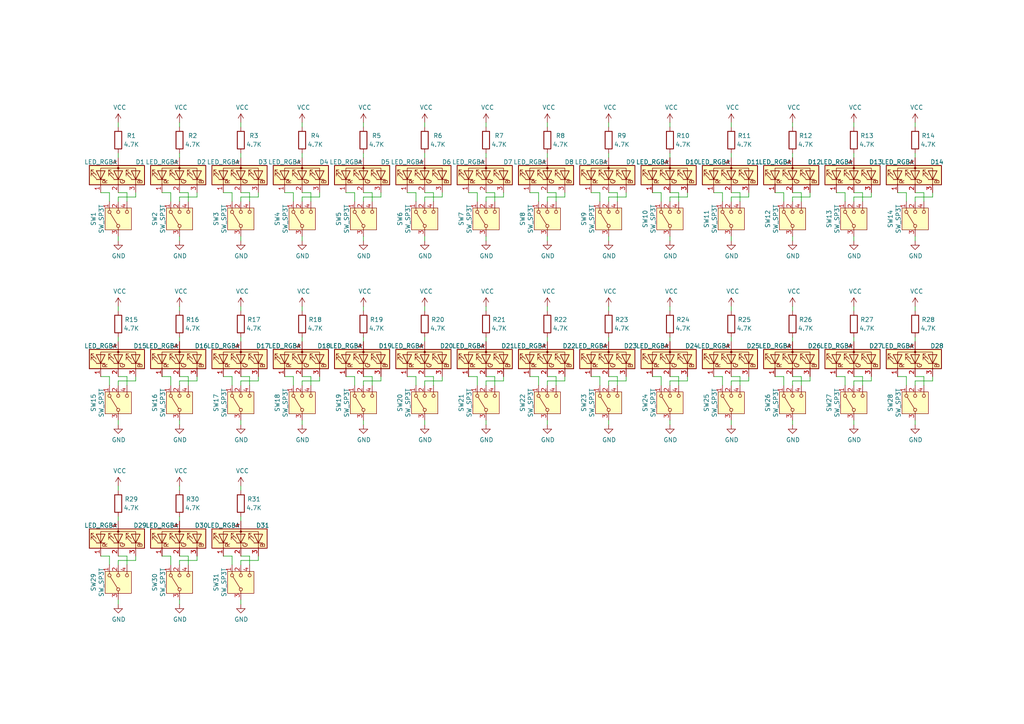
<source format=kicad_sch>
(kicad_sch (version 20231120) (generator "eeschema") (generator_version "8.0")
  (paper "A4")
  (lib_symbols
    (symbol "Device:R" (pin_numbers hide) (pin_names (offset 0))
      (property "Reference" "R" (at 2.032 0 90))
      (property "Value" "R" (at 0 0 90))
      (symbol "R_1_1"
        (pin passive line (at 0 3.81 270) (length 1.27) (name "~") (number "1"))
        (pin passive line (at 0 -3.81 90) (length 1.27) (name "~") (number "2"))
      )
    )
    (symbol "Switch:SW_SP3T" (pin_names (offset 0) hide)
      (property "Reference" "SW" (at 0 5.08 0))
      (property "Value" "SW_SP3T" (at 0 -5.08 0))
      (symbol "SW_SP3T_1_1"
        (pin passive line (at 5.08 2.54 180) (length 2.54) (name "1") (number "1"))
        (pin passive line (at 5.08 0 180) (length 2.54) (name "2") (number "2"))
        (pin passive line (at -5.08 0 0) (length 2.54) (name "3") (number "3"))
        (pin passive line (at 5.08 -2.54 180) (length 2.54) (name "4") (number "4"))
      )
    )
    (symbol "led_rgba:LED_RGBA" (pin_names (offset 0) hide)
      (property "Reference" "D" (at 0 9.398 0))
      (property "Value" "LED_RGBA" (at 0 -8.89 0))
      (symbol "LED_RGBA_0_0"
        (text "B" (at -1.905 -6.35 0) (effects (font (size 1.27 1.27))))
        (text "G" (at -1.905 -1.27 0) (effects (font (size 1.27 1.27))))
        (text "R" (at -1.905 3.81 0) (effects (font (size 1.27 1.27))))
      )
      (symbol "LED_RGBA_1_1"
        (pin passive line (at -5.08 5.08 0) (length 2.54) (name "RK") (number "1"))
        (pin passive line (at -5.08 0 0) (length 2.54) (name "GK") (number "2"))
        (pin passive line (at -5.08 -5.08 0) (length 2.54) (name "BK") (number "3"))
        (pin passive line (at 5.08 0 180) (length 2.54) (name "A") (number "4"))
      )
    )
    (symbol "motivational board-rescue:GND-power" (power) (pin_names (offset 0))
      (property "Value" "power_GND" (at 0 -3.81 0))
      (symbol "GND-power_1_1"
        (pin power_in line (at 0 0 270) (length 0) hide (name "GND") (number "1"))
      )
    )
    (symbol "motivational board-rescue:VCC-power" (power) (pin_names (offset 0))
      (property "Value" "power_VCC" (at 0 3.81 0))
      (symbol "VCC-power_1_1"
        (pin power_in line (at 0 0 90) (length 0) hide (name "VCC") (number "1"))
      )
    )
  )
  (wire (pts (xy 120.65 109.22) (xy 120.65 111.76)))
  (wire (pts (xy 54.61 161.29) (xy 52.07 161.29)))
  (wire (pts (xy 69.85 162.56) (xy 74.93 162.56)))
  (wire (pts (xy 31.75 161.29) (xy 31.75 163.83)))
  (wire (pts (xy 69.85 140.97) (xy 69.85 142.24)))
  (wire (pts (xy 34.29 68.58) (xy 34.29 69.85)))
  (wire (pts (xy 82.55 55.88) (xy 85.09 55.88)))
  (wire (pts (xy 161.29 111.76) (xy 161.29 109.22)))
  (wire (pts (xy 67.31 109.22) (xy 67.31 111.76)))
  (wire (pts (xy 46.99 55.88) (xy 49.53 55.88)))
  (wire (pts (xy 207.01 109.22) (xy 209.55 109.22)))
  (wire (pts (xy 74.93 110.49) (xy 74.93 109.22)))
  (wire (pts (xy 179.07 58.42) (xy 179.07 55.88)))
  (wire (pts (xy 72.39 111.76) (xy 72.39 109.22)))
  (wire (pts (xy 105.41 111.76) (xy 105.41 110.49)))
  (wire (pts (xy 140.97 68.58) (xy 140.97 69.85)))
  (wire (pts (xy 36.83 161.29) (xy 34.29 161.29)))
  (wire (pts (xy 158.75 58.42) (xy 158.75 57.15)))
  (wire (pts (xy 69.85 68.58) (xy 69.85 69.85)))
  (wire (pts (xy 171.45 109.22) (xy 173.99 109.22)))
  (wire (pts (xy 245.11 55.88) (xy 245.11 58.42)))
  (wire (pts (xy 194.31 57.15) (xy 199.39 57.15)))
  (wire (pts (xy 87.63 110.49) (xy 92.71 110.49)))
  (wire (pts (xy 39.37 162.56) (xy 39.37 161.29)))
  (wire (pts (xy 224.79 109.22) (xy 227.33 109.22)))
  (wire (pts (xy 227.33 109.22) (xy 227.33 111.76)))
  (wire (pts (xy 247.65 68.58) (xy 247.65 69.85)))
  (wire (pts (xy 52.07 111.76) (xy 52.07 110.49)))
  (wire (pts (xy 52.07 45.72) (xy 52.07 44.45)))
  (wire (pts (xy 123.19 58.42) (xy 123.19 57.15)))
  (wire (pts (xy 163.83 110.49) (xy 163.83 109.22)))
  (wire (pts (xy 107.95 111.76) (xy 107.95 109.22)))
  (wire (pts (xy 102.87 55.88) (xy 102.87 58.42)))
  (wire (pts (xy 181.61 110.49) (xy 181.61 109.22)))
  (wire (pts (xy 123.19 57.15) (xy 128.27 57.15)))
  (wire (pts (xy 140.97 121.92) (xy 140.97 123.19)))
  (wire (pts (xy 52.07 68.58) (xy 52.07 69.85)))
  (wire (pts (xy 64.77 55.88) (xy 67.31 55.88)))
  (wire (pts (xy 52.07 57.15) (xy 57.15 57.15)))
  (wire (pts (xy 265.43 110.49) (xy 270.51 110.49)))
  (wire (pts (xy 146.05 57.15) (xy 146.05 55.88)))
  (wire (pts (xy 265.43 121.92) (xy 265.43 123.19)))
  (wire (pts (xy 125.73 58.42) (xy 125.73 55.88)))
  (wire (pts (xy 179.07 55.88) (xy 176.53 55.88)))
  (wire (pts (xy 262.89 109.22) (xy 262.89 111.76)))
  (wire (pts (xy 267.97 109.22) (xy 265.43 109.22)))
  (wire (pts (xy 156.21 109.22) (xy 156.21 111.76)))
  (wire (pts (xy 107.95 55.88) (xy 105.41 55.88)))
  (wire (pts (xy 105.41 35.56) (xy 105.41 36.83)))
  (wire (pts (xy 212.09 88.9) (xy 212.09 90.17)))
  (wire (pts (xy 212.09 111.76) (xy 212.09 110.49)))
  (wire (pts (xy 265.43 68.58) (xy 265.43 69.85)))
  (wire (pts (xy 173.99 55.88) (xy 173.99 58.42)))
  (wire (pts (xy 212.09 45.72) (xy 212.09 44.45)))
  (wire (pts (xy 247.65 111.76) (xy 247.65 110.49)))
  (wire (pts (xy 194.31 58.42) (xy 194.31 57.15)))
  (wire (pts (xy 153.67 109.22) (xy 156.21 109.22)))
  (wire (pts (xy 31.75 109.22) (xy 31.75 111.76)))
  (wire (pts (xy 110.49 57.15) (xy 110.49 55.88)))
  (wire (pts (xy 171.45 55.88) (xy 173.99 55.88)))
  (wire (pts (xy 232.41 111.76) (xy 232.41 109.22)))
  (wire (pts (xy 229.87 110.49) (xy 234.95 110.49)))
  (wire (pts (xy 212.09 110.49) (xy 217.17 110.49)))
  (wire (pts (xy 135.89 109.22) (xy 138.43 109.22)))
  (wire (pts (xy 212.09 99.06) (xy 212.09 97.79)))
  (wire (pts (xy 87.63 45.72) (xy 87.63 44.45)))
  (wire (pts (xy 123.19 68.58) (xy 123.19 69.85)))
  (wire (pts (xy 138.43 109.22) (xy 138.43 111.76)))
  (wire (pts (xy 250.19 109.22) (xy 247.65 109.22)))
  (wire (pts (xy 158.75 68.58) (xy 158.75 69.85)))
  (wire (pts (xy 176.53 35.56) (xy 176.53 36.83)))
  (wire (pts (xy 267.97 58.42) (xy 267.97 55.88)))
  (wire (pts (xy 143.51 58.42) (xy 143.51 55.88)))
  (wire (pts (xy 234.95 110.49) (xy 234.95 109.22)))
  (wire (pts (xy 128.27 110.49) (xy 128.27 109.22)))
  (wire (pts (xy 140.97 111.76) (xy 140.97 110.49)))
  (wire (pts (xy 267.97 111.76) (xy 267.97 109.22)))
  (wire (pts (xy 85.09 55.88) (xy 85.09 58.42)))
  (wire (pts (xy 74.93 162.56) (xy 74.93 161.29)))
  (wire (pts (xy 118.11 109.22) (xy 120.65 109.22)))
  (wire (pts (xy 82.55 109.22) (xy 85.09 109.22)))
  (wire (pts (xy 153.67 55.88) (xy 156.21 55.88)))
  (wire (pts (xy 125.73 109.22) (xy 123.19 109.22)))
  (wire (pts (xy 140.97 57.15) (xy 146.05 57.15)))
  (wire (pts (xy 54.61 163.83) (xy 54.61 161.29)))
  (wire (pts (xy 270.51 57.15) (xy 270.51 55.88)))
  (wire (pts (xy 105.41 88.9) (xy 105.41 90.17)))
  (wire (pts (xy 72.39 58.42) (xy 72.39 55.88)))
  (wire (pts (xy 90.17 109.22) (xy 87.63 109.22)))
  (wire (pts (xy 173.99 109.22) (xy 173.99 111.76)))
  (wire (pts (xy 74.93 57.15) (xy 74.93 55.88)))
  (wire (pts (xy 265.43 99.06) (xy 265.43 97.79)))
  (wire (pts (xy 212.09 57.15) (xy 217.17 57.15)))
  (wire (pts (xy 194.31 111.76) (xy 194.31 110.49)))
  (wire (pts (xy 54.61 55.88) (xy 52.07 55.88)))
  (wire (pts (xy 158.75 99.06) (xy 158.75 97.79)))
  (wire (pts (xy 90.17 55.88) (xy 87.63 55.88)))
  (wire (pts (xy 207.01 55.88) (xy 209.55 55.88)))
  (wire (pts (xy 176.53 121.92) (xy 176.53 123.19)))
  (wire (pts (xy 46.99 109.22) (xy 49.53 109.22)))
  (wire (pts (xy 52.07 121.92) (xy 52.07 123.19)))
  (wire (pts (xy 69.85 58.42) (xy 69.85 57.15)))
  (wire (pts (xy 158.75 121.92) (xy 158.75 123.19)))
  (wire (pts (xy 212.09 35.56) (xy 212.09 36.83)))
  (wire (pts (xy 69.85 35.56) (xy 69.85 36.83)))
  (wire (pts (xy 67.31 161.29) (xy 67.31 163.83)))
  (wire (pts (xy 158.75 110.49) (xy 163.83 110.49)))
  (wire (pts (xy 196.85 58.42) (xy 196.85 55.88)))
  (wire (pts (xy 69.85 57.15) (xy 74.93 57.15)))
  (wire (pts (xy 176.53 68.58) (xy 176.53 69.85)))
  (wire (pts (xy 87.63 111.76) (xy 87.63 110.49)))
  (wire (pts (xy 146.05 110.49) (xy 146.05 109.22)))
  (wire (pts (xy 232.41 58.42) (xy 232.41 55.88)))
  (wire (pts (xy 54.61 109.22) (xy 52.07 109.22)))
  (wire (pts (xy 176.53 57.15) (xy 181.61 57.15)))
  (wire (pts (xy 36.83 111.76) (xy 36.83 109.22)))
  (wire (pts (xy 52.07 99.06) (xy 52.07 97.79)))
  (wire (pts (xy 34.29 163.83) (xy 34.29 162.56)))
  (wire (pts (xy 49.53 161.29) (xy 49.53 163.83)))
  (wire (pts (xy 52.07 140.97) (xy 52.07 142.24)))
  (wire (pts (xy 52.07 58.42) (xy 52.07 57.15)))
  (wire (pts (xy 69.85 173.99) (xy 69.85 175.26)))
  (wire (pts (xy 158.75 35.56) (xy 158.75 36.83)))
  (wire (pts (xy 242.57 109.22) (xy 245.11 109.22)))
  (wire (pts (xy 123.19 88.9) (xy 123.19 90.17)))
  (wire (pts (xy 125.73 111.76) (xy 125.73 109.22)))
  (wire (pts (xy 232.41 55.88) (xy 229.87 55.88)))
  (wire (pts (xy 90.17 58.42) (xy 90.17 55.88)))
  (wire (pts (xy 229.87 45.72) (xy 229.87 44.45)))
  (wire (pts (xy 199.39 110.49) (xy 199.39 109.22)))
  (wire (pts (xy 194.31 99.06) (xy 194.31 97.79)))
  (wire (pts (xy 194.31 35.56) (xy 194.31 36.83)))
  (wire (pts (xy 57.15 57.15) (xy 57.15 55.88)))
  (wire (pts (xy 229.87 99.06) (xy 229.87 97.79)))
  (wire (pts (xy 87.63 58.42) (xy 87.63 57.15)))
  (wire (pts (xy 143.51 111.76) (xy 143.51 109.22)))
  (wire (pts (xy 90.17 111.76) (xy 90.17 109.22)))
  (wire (pts (xy 179.07 111.76) (xy 179.07 109.22)))
  (wire (pts (xy 34.29 99.06) (xy 34.29 97.79)))
  (wire (pts (xy 69.85 121.92) (xy 69.85 123.19)))
  (wire (pts (xy 135.89 55.88) (xy 138.43 55.88)))
  (wire (pts (xy 64.77 161.29) (xy 67.31 161.29)))
  (wire (pts (xy 67.31 55.88) (xy 67.31 58.42)))
  (wire (pts (xy 196.85 109.22) (xy 194.31 109.22)))
  (wire (pts (xy 227.33 55.88) (xy 227.33 58.42)))
  (wire (pts (xy 250.19 58.42) (xy 250.19 55.88)))
  (wire (pts (xy 247.65 58.42) (xy 247.65 57.15)))
  (wire (pts (xy 163.83 57.15) (xy 163.83 55.88)))
  (wire (pts (xy 229.87 35.56) (xy 229.87 36.83)))
  (wire (pts (xy 52.07 35.56) (xy 52.07 36.83)))
  (wire (pts (xy 250.19 55.88) (xy 247.65 55.88)))
  (wire (pts (xy 189.23 109.22) (xy 191.77 109.22)))
  (wire (pts (xy 105.41 57.15) (xy 110.49 57.15)))
  (wire (pts (xy 242.57 55.88) (xy 245.11 55.88)))
  (wire (pts (xy 140.97 110.49) (xy 146.05 110.49)))
  (wire (pts (xy 265.43 57.15) (xy 270.51 57.15)))
  (wire (pts (xy 34.29 140.97) (xy 34.29 142.24)))
  (wire (pts (xy 100.33 55.88) (xy 102.87 55.88)))
  (wire (pts (xy 110.49 110.49) (xy 110.49 109.22)))
  (wire (pts (xy 123.19 121.92) (xy 123.19 123.19)))
  (wire (pts (xy 34.29 58.42) (xy 34.29 57.15)))
  (wire (pts (xy 72.39 55.88) (xy 69.85 55.88)))
  (wire (pts (xy 217.17 57.15) (xy 217.17 55.88)))
  (wire (pts (xy 72.39 161.29) (xy 69.85 161.29)))
  (wire (pts (xy 87.63 35.56) (xy 87.63 36.83)))
  (wire (pts (xy 229.87 68.58) (xy 229.87 69.85)))
  (wire (pts (xy 34.29 45.72) (xy 34.29 44.45)))
  (wire (pts (xy 247.65 121.92) (xy 247.65 123.19)))
  (wire (pts (xy 140.97 99.06) (xy 140.97 97.79)))
  (wire (pts (xy 105.41 58.42) (xy 105.41 57.15)))
  (wire (pts (xy 87.63 68.58) (xy 87.63 69.85)))
  (wire (pts (xy 212.09 68.58) (xy 212.09 69.85)))
  (wire (pts (xy 265.43 45.72) (xy 265.43 44.45)))
  (wire (pts (xy 199.39 57.15) (xy 199.39 55.88)))
  (wire (pts (xy 72.39 163.83) (xy 72.39 161.29)))
  (wire (pts (xy 194.31 88.9) (xy 194.31 90.17)))
  (wire (pts (xy 85.09 109.22) (xy 85.09 111.76)))
  (wire (pts (xy 123.19 110.49) (xy 128.27 110.49)))
  (wire (pts (xy 36.83 55.88) (xy 34.29 55.88)))
  (wire (pts (xy 179.07 109.22) (xy 176.53 109.22)))
  (wire (pts (xy 158.75 88.9) (xy 158.75 90.17)))
  (wire (pts (xy 100.33 109.22) (xy 102.87 109.22)))
  (wire (pts (xy 229.87 111.76) (xy 229.87 110.49)))
  (wire (pts (xy 176.53 58.42) (xy 176.53 57.15)))
  (wire (pts (xy 52.07 88.9) (xy 52.07 90.17)))
  (wire (pts (xy 69.85 163.83) (xy 69.85 162.56)))
  (wire (pts (xy 247.65 35.56) (xy 247.65 36.83)))
  (wire (pts (xy 158.75 57.15) (xy 163.83 57.15)))
  (wire (pts (xy 265.43 58.42) (xy 265.43 57.15)))
  (wire (pts (xy 247.65 57.15) (xy 252.73 57.15)))
  (wire (pts (xy 123.19 35.56) (xy 123.19 36.83)))
  (wire (pts (xy 191.77 55.88) (xy 191.77 58.42)))
  (wire (pts (xy 36.83 58.42) (xy 36.83 55.88)))
  (wire (pts (xy 176.53 110.49) (xy 181.61 110.49)))
  (wire (pts (xy 39.37 110.49) (xy 39.37 109.22)))
  (wire (pts (xy 265.43 88.9) (xy 265.43 90.17)))
  (wire (pts (xy 69.85 88.9) (xy 69.85 90.17)))
  (wire (pts (xy 29.21 109.22) (xy 31.75 109.22)))
  (wire (pts (xy 36.83 163.83) (xy 36.83 161.29)))
  (wire (pts (xy 176.53 99.06) (xy 176.53 97.79)))
  (wire (pts (xy 247.65 88.9) (xy 247.65 90.17)))
  (wire (pts (xy 69.85 151.13) (xy 69.85 149.86)))
  (wire (pts (xy 140.97 88.9) (xy 140.97 90.17)))
  (wire (pts (xy 52.07 163.83) (xy 52.07 162.56)))
  (wire (pts (xy 250.19 111.76) (xy 250.19 109.22)))
  (wire (pts (xy 158.75 45.72) (xy 158.75 44.45)))
  (wire (pts (xy 34.29 88.9) (xy 34.29 90.17)))
  (wire (pts (xy 64.77 109.22) (xy 67.31 109.22)))
  (wire (pts (xy 267.97 55.88) (xy 265.43 55.88)))
  (wire (pts (xy 107.95 58.42) (xy 107.95 55.88)))
  (wire (pts (xy 214.63 109.22) (xy 212.09 109.22)))
  (wire (pts (xy 123.19 99.06) (xy 123.19 97.79)))
  (wire (pts (xy 52.07 173.99) (xy 52.07 175.26)))
  (wire (pts (xy 69.85 45.72) (xy 69.85 44.45)))
  (wire (pts (xy 209.55 55.88) (xy 209.55 58.42)))
  (wire (pts (xy 189.23 55.88) (xy 191.77 55.88)))
  (wire (pts (xy 247.65 45.72) (xy 247.65 44.45)))
  (wire (pts (xy 125.73 55.88) (xy 123.19 55.88)))
  (wire (pts (xy 229.87 58.42) (xy 229.87 57.15)))
  (wire (pts (xy 52.07 151.13) (xy 52.07 149.86)))
  (wire (pts (xy 156.21 55.88) (xy 156.21 58.42)))
  (wire (pts (xy 194.31 110.49) (xy 199.39 110.49)))
  (wire (pts (xy 29.21 55.88) (xy 31.75 55.88)))
  (wire (pts (xy 34.29 110.49) (xy 39.37 110.49)))
  (wire (pts (xy 252.73 110.49) (xy 252.73 109.22)))
  (wire (pts (xy 34.29 57.15) (xy 39.37 57.15)))
  (wire (pts (xy 245.11 109.22) (xy 245.11 111.76)))
  (wire (pts (xy 120.65 55.88) (xy 120.65 58.42)))
  (wire (pts (xy 49.53 55.88) (xy 49.53 58.42)))
  (wire (pts (xy 161.29 55.88) (xy 158.75 55.88)))
  (wire (pts (xy 262.89 55.88) (xy 262.89 58.42)))
  (wire (pts (xy 87.63 99.06) (xy 87.63 97.79)))
  (wire (pts (xy 34.29 111.76) (xy 34.29 110.49)))
  (wire (pts (xy 29.21 161.29) (xy 31.75 161.29)))
  (wire (pts (xy 260.35 55.88) (xy 262.89 55.88)))
  (wire (pts (xy 138.43 55.88) (xy 138.43 58.42)))
  (wire (pts (xy 105.41 110.49) (xy 110.49 110.49)))
  (wire (pts (xy 34.29 173.99) (xy 34.29 175.26)))
  (wire (pts (xy 191.77 109.22) (xy 191.77 111.76)))
  (wire (pts (xy 54.61 58.42) (xy 54.61 55.88)))
  (wire (pts (xy 158.75 111.76) (xy 158.75 110.49)))
  (wire (pts (xy 105.41 45.72) (xy 105.41 44.45)))
  (wire (pts (xy 214.63 111.76) (xy 214.63 109.22)))
  (wire (pts (xy 265.43 111.76) (xy 265.43 110.49)))
  (wire (pts (xy 252.73 57.15) (xy 252.73 55.88)))
  (wire (pts (xy 176.53 111.76) (xy 176.53 110.49)))
  (wire (pts (xy 181.61 57.15) (xy 181.61 55.88)))
  (wire (pts (xy 214.63 55.88) (xy 212.09 55.88)))
  (wire (pts (xy 214.63 58.42) (xy 214.63 55.88)))
  (wire (pts (xy 92.71 110.49) (xy 92.71 109.22)))
  (wire (pts (xy 31.75 55.88) (xy 31.75 58.42)))
  (wire (pts (xy 52.07 110.49) (xy 57.15 110.49)))
  (wire (pts (xy 34.29 35.56) (xy 34.29 36.83)))
  (wire (pts (xy 128.27 57.15) (xy 128.27 55.88)))
  (wire (pts (xy 87.63 121.92) (xy 87.63 123.19)))
  (wire (pts (xy 36.83 109.22) (xy 34.29 109.22)))
  (wire (pts (xy 209.55 109.22) (xy 209.55 111.76)))
  (wire (pts (xy 265.43 35.56) (xy 265.43 36.83)))
  (wire (pts (xy 260.35 109.22) (xy 262.89 109.22)))
  (wire (pts (xy 34.29 121.92) (xy 34.29 123.19)))
  (wire (pts (xy 105.41 99.06) (xy 105.41 97.79)))
  (wire (pts (xy 69.85 111.76) (xy 69.85 110.49)))
  (wire (pts (xy 92.71 57.15) (xy 92.71 55.88)))
  (wire (pts (xy 217.17 110.49) (xy 217.17 109.22)))
  (wire (pts (xy 87.63 57.15) (xy 92.71 57.15)))
  (wire (pts (xy 105.41 68.58) (xy 105.41 69.85)))
  (wire (pts (xy 52.07 162.56) (xy 57.15 162.56)))
  (wire (pts (xy 118.11 55.88) (xy 120.65 55.88)))
  (wire (pts (xy 143.51 109.22) (xy 140.97 109.22)))
  (wire (pts (xy 54.61 111.76) (xy 54.61 109.22)))
  (wire (pts (xy 34.29 162.56) (xy 39.37 162.56)))
  (wire (pts (xy 34.29 151.13) (xy 34.29 149.86)))
  (wire (pts (xy 161.29 58.42) (xy 161.29 55.88)))
  (wire (pts (xy 176.53 45.72) (xy 176.53 44.45)))
  (wire (pts (xy 69.85 99.06) (xy 69.85 97.79)))
  (wire (pts (xy 57.15 162.56) (xy 57.15 161.29)))
  (wire (pts (xy 140.97 35.56) (xy 140.97 36.83)))
  (wire (pts (xy 143.51 55.88) (xy 140.97 55.88)))
  (wire (pts (xy 232.41 109.22) (xy 229.87 109.22)))
  (wire (pts (xy 194.31 45.72) (xy 194.31 44.45)))
  (wire (pts (xy 140.97 45.72) (xy 140.97 44.45)))
  (wire (pts (xy 212.09 121.92) (xy 212.09 123.19)))
  (wire (pts (xy 72.39 109.22) (xy 69.85 109.22)))
  (wire (pts (xy 194.31 121.92) (xy 194.31 123.19)))
  (wire (pts (xy 196.85 111.76) (xy 196.85 109.22)))
  (wire (pts (xy 57.15 110.49) (xy 57.15 109.22)))
  (wire (pts (xy 69.85 110.49) (xy 74.93 110.49)))
  (wire (pts (xy 270.51 110.49) (xy 270.51 109.22)))
  (wire (pts (xy 123.19 111.76) (xy 123.19 110.49)))
  (wire (pts (xy 107.95 109.22) (xy 105.41 109.22)))
  (wire (pts (xy 49.53 109.22) (xy 49.53 111.76)))
  (wire (pts (xy 224.79 55.88) (xy 227.33 55.88)))
  (wire (pts (xy 39.37 57.15) (xy 39.37 55.88)))
  (wire (pts (xy 176.53 88.9) (xy 176.53 90.17)))
  (wire (pts (xy 229.87 88.9) (xy 229.87 90.17)))
  (wire (pts (xy 196.85 55.88) (xy 194.31 55.88)))
  (wire (pts (xy 212.09 58.42) (xy 212.09 57.15)))
  (wire (pts (xy 247.65 110.49) (xy 252.73 110.49)))
  (wire (pts (xy 247.65 99.06) (xy 247.65 97.79)))
  (wire (pts (xy 102.87 109.22) (xy 102.87 111.76)))
  (wire (pts (xy 229.87 121.92) (xy 229.87 123.19)))
  (wire (pts (xy 229.87 57.15) (xy 234.95 57.15)))
  (wire (pts (xy 140.97 58.42) (xy 140.97 57.15)))
  (wire (pts (xy 105.41 121.92) (xy 105.41 123.19)))
  (wire (pts (xy 87.63 88.9) (xy 87.63 90.17)))
  (wire (pts (xy 234.95 57.15) (xy 234.95 55.88)))
  (wire (pts (xy 161.29 109.22) (xy 158.75 109.22)))
  (wire (pts (xy 123.19 45.72) (xy 123.19 44.45)))
  (wire (pts (xy 46.99 161.29) (xy 49.53 161.29)))
  (wire (pts (xy 194.31 68.58) (xy 194.31 69.85)))
  (symbol (lib_id "Switch:SW_SP3T") (at 34.29 63.5 90) (unit 1)
    (property "Reference" "SW1" (at 27.1018 63.5 0))
    (property "Value" "SW_SP3T" (at 29.4132 63.5 0))
    (property "Footprint" "Button_Switch_THT-extra:SS13D07G4" (effects (hide yes)))
  )
  (symbol (lib_id "Device:R") (at 69.85 40.64 0) (unit 1)
    (property "Reference" "R3" (at 73.66 39.37 0))
    (property "Value" "4.7K" (at 73.66 41.91 0))
    (property "Footprint" "Resistors_SMD:R_0805_HandSoldering" (effects (hide yes)))
  )
  (symbol (lib_id "motivational board-rescue:VCC-power") (at 87.63 35.56 0) (unit 1)
    (property "Reference" "#PWR06" (effects (hide yes)))
    (property "Value" "VCC" (at 88.0618 31.1658 0))
  )
  (symbol (lib_id "Device:R") (at 105.41 40.64 0) (unit 1)
    (property "Reference" "R5" (at 109.22 39.37 0))
    (property "Value" "4.7K" (at 109.22 41.91 0))
    (property "Footprint" "Resistors_SMD:R_0805_HandSoldering" (effects (hide yes)))
  )
  (symbol (lib_id "Switch:SW_SP3T") (at 123.19 63.5 90) (unit 1)
    (property "Reference" "SW6" (at 116.0018 63.5 0))
    (property "Value" "SW_SP3T" (at 118.3132 63.5 0))
    (property "Footprint" "Button_Switch_THT-extra:SS13D07G4" (effects (hide yes)))
  )
  (symbol (lib_id "Device:R") (at 123.19 40.64 0) (unit 1)
    (property "Reference" "R6" (at 127 39.37 0))
    (property "Value" "4.7K" (at 127 41.91 0))
    (property "Footprint" "Resistors_SMD:R_0805_HandSoldering" (effects (hide yes)))
  )
  (symbol (lib_id "motivational board-rescue:VCC-power") (at 158.75 35.56 0) (unit 1)
    (property "Reference" "#PWR010" (effects (hide yes)))
    (property "Value" "VCC" (at 159.1818 31.1658 0))
  )
  (symbol (lib_id "Device:R") (at 176.53 40.64 0) (unit 1)
    (property "Reference" "R9" (at 180.34 39.37 0))
    (property "Value" "4.7K" (at 180.34 41.91 0))
    (property "Footprint" "Resistors_SMD:R_0805_HandSoldering" (effects (hide yes)))
  )
  (symbol (lib_id "motivational board-rescue:VCC-power") (at 212.09 35.56 0) (unit 1)
    (property "Reference" "#PWR013" (effects (hide yes)))
    (property "Value" "VCC" (at 212.5218 31.1658 0))
  )
  (symbol (lib_id "motivational board-rescue:GND-power") (at 34.29 123.19 0) (unit 1)
    (property "Reference" "#PWR045" (effects (hide yes)))
    (property "Value" "GND" (at 34.417 127.5842 0))
  )
  (symbol (lib_id "motivational board-rescue:GND-power") (at 69.85 123.19 0) (unit 1)
    (property "Reference" "#PWR047" (effects (hide yes)))
    (property "Value" "GND" (at 69.977 127.5842 0))
  )
  (symbol (lib_id "led_rgba:LED_RGBA") (at 87.63 104.14 90) (unit 1)
    (property "Reference" "D18" (at 93.98 100.33 90))
    (property "Value" "LED_RGBA" (at 82.55 100.33 90))
    (property "Footprint" "LED_SMD-extra:LED_RGB_3528" (effects (hide yes)))
  )
  (symbol (lib_id "motivational board-rescue:GND-power") (at 123.19 123.19 0) (unit 1)
    (property "Reference" "#PWR050" (effects (hide yes)))
    (property "Value" "GND" (at 123.317 127.5842 0))
  )
  (symbol (lib_id "Device:R") (at 229.87 93.98 0) (unit 1)
    (property "Reference" "R26" (at 233.68 92.71 0))
    (property "Value" "4.7K" (at 233.68 95.25 0))
    (property "Footprint" "Resistors_SMD:R_0805_HandSoldering" (effects (hide yes)))
  )
  (symbol (lib_id "motivational board-rescue:VCC-power") (at 247.65 88.9 0) (unit 1)
    (property "Reference" "#PWR043" (effects (hide yes)))
    (property "Value" "VCC" (at 248.0818 84.5058 0))
  )
  (symbol (lib_id "led_rgba:LED_RGBA") (at 34.29 50.8 90) (unit 1)
    (property "Reference" "D1" (at 40.64 46.99 90))
    (property "Value" "LED_RGBA" (at 29.21 46.99 90))
    (property "Footprint" "LED_SMD-extra:LED_RGB_3528" (effects (hide yes)))
  )
  (symbol (lib_id "Device:R") (at 34.29 40.64 0) (unit 1)
    (property "Reference" "R1" (at 38.1 39.37 0))
    (property "Value" "4.7K" (at 38.1 41.91 0))
    (property "Footprint" "Resistors_SMD:R_0805_HandSoldering" (effects (hide yes)))
  )
  (symbol (lib_id "motivational board-rescue:VCC-power") (at 34.29 35.56 0) (unit 1)
    (property "Reference" "#PWR03" (effects (hide yes)))
    (property "Value" "VCC" (at 34.7218 31.1658 0))
  )
  (symbol (lib_id "motivational board-rescue:GND-power") (at 34.29 69.85 0) (unit 1)
    (property "Reference" "#PWR017" (effects (hide yes)))
    (property "Value" "GND" (at 34.417 74.2442 0))
  )
  (symbol (lib_id "Switch:SW_SP3T") (at 52.07 63.5 90) (unit 1)
    (property "Reference" "SW2" (at 44.8818 63.5 0))
    (property "Value" "SW_SP3T" (at 47.1932 63.5 0))
    (property "Footprint" "Button_Switch_THT-extra:SS13D07G4" (effects (hide yes)))
  )
  (symbol (lib_id "led_rgba:LED_RGBA") (at 52.07 50.8 90) (unit 1)
    (property "Reference" "D2" (at 58.42 46.99 90))
    (property "Value" "LED_RGBA" (at 46.99 46.99 90))
    (property "Footprint" "LED_SMD-extra:LED_RGB_3528" (effects (hide yes)))
  )
  (symbol (lib_id "Device:R") (at 52.07 40.64 0) (unit 1)
    (property "Reference" "R2" (at 55.88 39.37 0))
    (property "Value" "4.7K" (at 55.88 41.91 0))
    (property "Footprint" "Resistors_SMD:R_0805_HandSoldering" (effects (hide yes)))
  )
  (symbol (lib_id "motivational board-rescue:VCC-power") (at 52.07 35.56 0) (unit 1)
    (property "Reference" "#PWR04" (effects (hide yes)))
    (property "Value" "VCC" (at 52.5018 31.1658 0))
  )
  (symbol (lib_id "motivational board-rescue:GND-power") (at 52.07 69.85 0) (unit 1)
    (property "Reference" "#PWR018" (effects (hide yes)))
    (property "Value" "GND" (at 52.197 74.2442 0))
  )
  (symbol (lib_id "Switch:SW_SP3T") (at 69.85 63.5 90) (unit 1)
    (property "Reference" "SW3" (at 62.6618 63.5 0))
    (property "Value" "SW_SP3T" (at 64.9732 63.5 0))
    (property "Footprint" "Button_Switch_THT-extra:SS13D07G4" (effects (hide yes)))
  )
  (symbol (lib_id "led_rgba:LED_RGBA") (at 69.85 50.8 90) (unit 1)
    (property "Reference" "D3" (at 76.2 46.99 90))
    (property "Value" "LED_RGBA" (at 64.77 46.99 90))
    (property "Footprint" "LED_SMD-extra:LED_RGB_3528" (effects (hide yes)))
  )
  (symbol (lib_id "motivational board-rescue:VCC-power") (at 69.85 35.56 0) (unit 1)
    (property "Reference" "#PWR05" (effects (hide yes)))
    (property "Value" "VCC" (at 70.2818 31.1658 0))
  )
  (symbol (lib_id "motivational board-rescue:GND-power") (at 69.85 69.85 0) (unit 1)
    (property "Reference" "#PWR019" (effects (hide yes)))
    (property "Value" "GND" (at 69.977 74.2442 0))
  )
  (symbol (lib_id "Switch:SW_SP3T") (at 87.63 63.5 90) (unit 1)
    (property "Reference" "SW4" (at 80.4418 63.5 0))
    (property "Value" "SW_SP3T" (at 82.7532 63.5 0))
    (property "Footprint" "Button_Switch_THT-extra:SS13D07G4" (effects (hide yes)))
  )
  (symbol (lib_id "led_rgba:LED_RGBA") (at 87.63 50.8 90) (unit 1)
    (property "Reference" "D4" (at 93.98 46.99 90))
    (property "Value" "LED_RGBA" (at 82.55 46.99 90))
    (property "Footprint" "LED_SMD-extra:LED_RGB_3528" (effects (hide yes)))
  )
  (symbol (lib_id "Device:R") (at 87.63 40.64 0) (unit 1)
    (property "Reference" "R4" (at 91.44 39.37 0))
    (property "Value" "4.7K" (at 91.44 41.91 0))
    (property "Footprint" "Resistors_SMD:R_0805_HandSoldering" (effects (hide yes)))
  )
  (symbol (lib_id "motivational board-rescue:GND-power") (at 87.63 69.85 0) (unit 1)
    (property "Reference" "#PWR020" (effects (hide yes)))
    (property "Value" "GND" (at 87.757 74.2442 0))
  )
  (symbol (lib_id "Switch:SW_SP3T") (at 105.41 63.5 90) (unit 1)
    (property "Reference" "SW5" (at 98.2218 63.5 0))
    (property "Value" "SW_SP3T" (at 100.5332 63.5 0))
    (property "Footprint" "Button_Switch_THT-extra:SS13D07G4" (effects (hide yes)))
  )
  (symbol (lib_id "led_rgba:LED_RGBA") (at 105.41 50.8 90) (unit 1)
    (property "Reference" "D5" (at 111.76 46.99 90))
    (property "Value" "LED_RGBA" (at 100.33 46.99 90))
    (property "Footprint" "LED_SMD-extra:LED_RGB_3528" (effects (hide yes)))
  )
  (symbol (lib_id "motivational board-rescue:VCC-power") (at 105.41 35.56 0) (unit 1)
    (property "Reference" "#PWR07" (effects (hide yes)))
    (property "Value" "VCC" (at 105.8418 31.1658 0))
  )
  (symbol (lib_id "motivational board-rescue:GND-power") (at 105.41 69.85 0) (unit 1)
    (property "Reference" "#PWR021" (effects (hide yes)))
    (property "Value" "GND" (at 105.537 74.2442 0))
  )
  (symbol (lib_id "led_rgba:LED_RGBA") (at 123.19 50.8 90) (unit 1)
    (property "Reference" "D6" (at 129.54 46.99 90))
    (property "Value" "LED_RGBA" (at 118.11 46.99 90))
    (property "Footprint" "LED_SMD-extra:LED_RGB_3528" (effects (hide yes)))
  )
  (symbol (lib_id "motivational board-rescue:VCC-power") (at 123.19 35.56 0) (unit 1)
    (property "Reference" "#PWR08" (effects (hide yes)))
    (property "Value" "VCC" (at 123.6218 31.1658 0))
  )
  (symbol (lib_id "motivational board-rescue:GND-power") (at 123.19 69.85 0) (unit 1)
    (property "Reference" "#PWR022" (effects (hide yes)))
    (property "Value" "GND" (at 123.317 74.2442 0))
  )
  (symbol (lib_id "Switch:SW_SP3T") (at 140.97 63.5 90) (unit 1)
    (property "Reference" "SW7" (at 133.7818 63.5 0))
    (property "Value" "SW_SP3T" (at 136.0932 63.5 0))
    (property "Footprint" "Button_Switch_THT-extra:SS13D07G4" (effects (hide yes)))
  )
  (symbol (lib_id "led_rgba:LED_RGBA") (at 140.97 50.8 90) (unit 1)
    (property "Reference" "D7" (at 147.32 46.99 90))
    (property "Value" "LED_RGBA" (at 135.89 46.99 90))
    (property "Footprint" "LED_SMD-extra:LED_RGB_3528" (effects (hide yes)))
  )
  (symbol (lib_id "Device:R") (at 140.97 40.64 0) (unit 1)
    (property "Reference" "R7" (at 144.78 39.37 0))
    (property "Value" "4.7K" (at 144.78 41.91 0))
    (property "Footprint" "Resistors_SMD:R_0805_HandSoldering" (effects (hide yes)))
  )
  (symbol (lib_id "motivational board-rescue:VCC-power") (at 140.97 35.56 0) (unit 1)
    (property "Reference" "#PWR09" (effects (hide yes)))
    (property "Value" "VCC" (at 141.4018 31.1658 0))
  )
  (symbol (lib_id "motivational board-rescue:GND-power") (at 140.97 69.85 0) (unit 1)
    (property "Reference" "#PWR023" (effects (hide yes)))
    (property "Value" "GND" (at 141.097 74.2442 0))
  )
  (symbol (lib_id "Switch:SW_SP3T") (at 158.75 63.5 90) (unit 1)
    (property "Reference" "SW8" (at 151.5618 63.5 0))
    (property "Value" "SW_SP3T" (at 153.8732 63.5 0))
    (property "Footprint" "Button_Switch_THT-extra:SS13D07G4" (effects (hide yes)))
  )
  (symbol (lib_id "led_rgba:LED_RGBA") (at 158.75 50.8 90) (unit 1)
    (property "Reference" "D8" (at 165.1 46.99 90))
    (property "Value" "LED_RGBA" (at 153.67 46.99 90))
    (property "Footprint" "LED_SMD-extra:LED_RGB_3528" (effects (hide yes)))
  )
  (symbol (lib_id "Device:R") (at 158.75 40.64 0) (unit 1)
    (property "Reference" "R8" (at 162.56 39.37 0))
    (property "Value" "4.7K" (at 162.56 41.91 0))
    (property "Footprint" "Resistors_SMD:R_0805_HandSoldering" (effects (hide yes)))
  )
  (symbol (lib_id "motivational board-rescue:GND-power") (at 158.75 69.85 0) (unit 1)
    (property "Reference" "#PWR024" (effects (hide yes)))
    (property "Value" "GND" (at 158.877 74.2442 0))
  )
  (symbol (lib_id "Switch:SW_SP3T") (at 176.53 63.5 90) (unit 1)
    (property "Reference" "SW9" (at 169.3418 63.5 0))
    (property "Value" "SW_SP3T" (at 171.6532 63.5 0))
    (property "Footprint" "Button_Switch_THT-extra:SS13D07G4" (effects (hide yes)))
  )
  (symbol (lib_id "led_rgba:LED_RGBA") (at 176.53 50.8 90) (unit 1)
    (property "Reference" "D9" (at 182.88 46.99 90))
    (property "Value" "LED_RGBA" (at 171.45 46.99 90))
    (property "Footprint" "LED_SMD-extra:LED_RGB_3528" (effects (hide yes)))
  )
  (symbol (lib_id "motivational board-rescue:VCC-power") (at 176.53 35.56 0) (unit 1)
    (property "Reference" "#PWR011" (effects (hide yes)))
    (property "Value" "VCC" (at 176.9618 31.1658 0))
  )
  (symbol (lib_id "motivational board-rescue:GND-power") (at 176.53 69.85 0) (unit 1)
    (property "Reference" "#PWR025" (effects (hide yes)))
    (property "Value" "GND" (at 176.657 74.2442 0))
  )
  (symbol (lib_id "Switch:SW_SP3T") (at 194.31 63.5 90) (unit 1)
    (property "Reference" "SW10" (at 187.1218 63.5 0))
    (property "Value" "SW_SP3T" (at 189.4332 63.5 0))
    (property "Footprint" "Button_Switch_THT-extra:SS13D07G4" (effects (hide yes)))
  )
  (symbol (lib_id "led_rgba:LED_RGBA") (at 194.31 50.8 90) (unit 1)
    (property "Reference" "D10" (at 200.66 46.99 90))
    (property "Value" "LED_RGBA" (at 189.23 46.99 90))
    (property "Footprint" "LED_SMD-extra:LED_RGB_3528" (effects (hide yes)))
  )
  (symbol (lib_id "Device:R") (at 194.31 40.64 0) (unit 1)
    (property "Reference" "R10" (at 198.12 39.37 0))
    (property "Value" "4.7K" (at 198.12 41.91 0))
    (property "Footprint" "Resistors_SMD:R_0805_HandSoldering" (effects (hide yes)))
  )
  (symbol (lib_id "motivational board-rescue:VCC-power") (at 194.31 35.56 0) (unit 1)
    (property "Reference" "#PWR012" (effects (hide yes)))
    (property "Value" "VCC" (at 194.7418 31.1658 0))
  )
  (symbol (lib_id "motivational board-rescue:GND-power") (at 194.31 69.85 0) (unit 1)
    (property "Reference" "#PWR026" (effects (hide yes)))
    (property "Value" "GND" (at 194.437 74.2442 0))
  )
  (symbol (lib_id "Switch:SW_SP3T") (at 212.09 63.5 90) (unit 1)
    (property "Reference" "SW11" (at 204.9018 63.5 0))
    (property "Value" "SW_SP3T" (at 207.2132 63.5 0))
    (property "Footprint" "Button_Switch_THT-extra:SS13D07G4" (effects (hide yes)))
  )
  (symbol (lib_id "led_rgba:LED_RGBA") (at 212.09 50.8 90) (unit 1)
    (property "Reference" "D11" (at 218.44 46.99 90))
    (property "Value" "LED_RGBA" (at 207.01 46.99 90))
    (property "Footprint" "LED_SMD-extra:LED_RGB_3528" (effects (hide yes)))
  )
  (symbol (lib_id "Device:R") (at 212.09 40.64 0) (unit 1)
    (property "Reference" "R11" (at 215.9 39.37 0))
    (property "Value" "4.7K" (at 215.9 41.91 0))
    (property "Footprint" "Resistors_SMD:R_0805_HandSoldering" (effects (hide yes)))
  )
  (symbol (lib_id "motivational board-rescue:GND-power") (at 212.09 69.85 0) (unit 1)
    (property "Reference" "#PWR027" (effects (hide yes)))
    (property "Value" "GND" (at 212.217 74.2442 0))
  )
  (symbol (lib_id "Switch:SW_SP3T") (at 229.87 63.5 90) (unit 1)
    (property "Reference" "SW12" (at 222.6818 63.5 0))
    (property "Value" "SW_SP3T" (at 224.9932 63.5 0))
    (property "Footprint" "Button_Switch_THT-extra:SS13D07G4" (effects (hide yes)))
  )
  (symbol (lib_id "led_rgba:LED_RGBA") (at 229.87 50.8 90) (unit 1)
    (property "Reference" "D12" (at 236.22 46.99 90))
    (property "Value" "LED_RGBA" (at 224.79 46.99 90))
    (property "Footprint" "LED_SMD-extra:LED_RGB_3528" (effects (hide yes)))
  )
  (symbol (lib_id "Device:R") (at 229.87 40.64 0) (unit 1)
    (property "Reference" "R12" (at 233.68 39.37 0))
    (property "Value" "4.7K" (at 233.68 41.91 0))
    (property "Footprint" "Resistors_SMD:R_0805_HandSoldering" (effects (hide yes)))
  )
  (symbol (lib_id "motivational board-rescue:VCC-power") (at 229.87 35.56 0) (unit 1)
    (property "Reference" "#PWR014" (effects (hide yes)))
    (property "Value" "VCC" (at 230.3018 31.1658 0))
  )
  (symbol (lib_id "motivational board-rescue:GND-power") (at 229.87 69.85 0) (unit 1)
    (property "Reference" "#PWR028" (effects (hide yes)))
    (property "Value" "GND" (at 229.997 74.2442 0))
  )
  (symbol (lib_id "Switch:SW_SP3T") (at 247.65 63.5 90) (unit 1)
    (property "Reference" "SW13" (at 240.4618 63.5 0))
    (property "Value" "SW_SP3T" (at 242.7732 63.5 0))
    (property "Footprint" "Button_Switch_THT-extra:SS13D07G4" (effects (hide yes)))
  )
  (symbol (lib_id "led_rgba:LED_RGBA") (at 247.65 50.8 90) (unit 1)
    (property "Reference" "D13" (at 254 46.99 90))
    (property "Value" "LED_RGBA" (at 242.57 46.99 90))
    (property "Footprint" "LED_SMD-extra:LED_RGB_3528" (effects (hide yes)))
  )
  (symbol (lib_id "Device:R") (at 247.65 40.64 0) (unit 1)
    (property "Reference" "R13" (at 251.46 39.37 0))
    (property "Value" "4.7K" (at 251.46 41.91 0))
    (property "Footprint" "Resistors_SMD:R_0805_HandSoldering" (effects (hide yes)))
  )
  (symbol (lib_id "motivational board-rescue:VCC-power") (at 247.65 35.56 0) (unit 1)
    (property "Reference" "#PWR015" (effects (hide yes)))
    (property "Value" "VCC" (at 248.0818 31.1658 0))
  )
  (symbol (lib_id "motivational board-rescue:GND-power") (at 247.65 69.85 0) (unit 1)
    (property "Reference" "#PWR029" (effects (hide yes)))
    (property "Value" "GND" (at 247.777 74.2442 0))
  )
  (symbol (lib_id "Switch:SW_SP3T") (at 265.43 63.5 90) (unit 1)
    (property "Reference" "SW14" (at 258.2418 63.5 0))
    (property "Value" "SW_SP3T" (at 260.5532 63.5 0))
    (property "Footprint" "Button_Switch_THT-extra:SS13D07G4" (effects (hide yes)))
  )
  (symbol (lib_id "led_rgba:LED_RGBA") (at 265.43 50.8 90) (unit 1)
    (property "Reference" "D14" (at 271.78 46.99 90))
    (property "Value" "LED_RGBA" (at 260.35 46.99 90))
    (property "Footprint" "LED_SMD-extra:LED_RGB_3528" (effects (hide yes)))
  )
  (symbol (lib_id "Device:R") (at 265.43 40.64 0) (unit 1)
    (property "Reference" "R14" (at 269.24 39.37 0))
    (property "Value" "4.7K" (at 269.24 41.91 0))
    (property "Footprint" "Resistors_SMD:R_0805_HandSoldering" (effects (hide yes)))
  )
  (symbol (lib_id "motivational board-rescue:VCC-power") (at 265.43 35.56 0) (unit 1)
    (property "Reference" "#PWR016" (effects (hide yes)))
    (property "Value" "VCC" (at 265.8618 31.1658 0))
  )
  (symbol (lib_id "motivational board-rescue:GND-power") (at 265.43 69.85 0) (unit 1)
    (property "Reference" "#PWR030" (effects (hide yes)))
    (property "Value" "GND" (at 265.557 74.2442 0))
  )
  (symbol (lib_id "Switch:SW_SP3T") (at 34.29 116.84 90) (unit 1)
    (property "Reference" "SW15" (at 27.1018 116.84 0))
    (property "Value" "SW_SP3T" (at 29.4132 116.84 0))
    (property "Footprint" "Button_Switch_THT-extra:SS13D07G4" (effects (hide yes)))
  )
  (symbol (lib_id "led_rgba:LED_RGBA") (at 34.29 104.14 90) (unit 1)
    (property "Reference" "D15" (at 40.64 100.33 90))
    (property "Value" "LED_RGBA" (at 29.21 100.33 90))
    (property "Footprint" "LED_SMD-extra:LED_RGB_3528" (effects (hide yes)))
  )
  (symbol (lib_id "Device:R") (at 34.29 93.98 0) (unit 1)
    (property "Reference" "R15" (at 38.1 92.71 0))
    (property "Value" "4.7K" (at 38.1 95.25 0))
    (property "Footprint" "Resistors_SMD:R_0805_HandSoldering" (effects (hide yes)))
  )
  (symbol (lib_id "motivational board-rescue:VCC-power") (at 34.29 88.9 0) (unit 1)
    (property "Reference" "#PWR031" (effects (hide yes)))
    (property "Value" "VCC" (at 34.7218 84.5058 0))
  )
  (symbol (lib_id "Switch:SW_SP3T") (at 52.07 116.84 90) (unit 1)
    (property "Reference" "SW16" (at 44.8818 116.84 0))
    (property "Value" "SW_SP3T" (at 47.1932 116.84 0))
    (property "Footprint" "Button_Switch_THT-extra:SS13D07G4" (effects (hide yes)))
  )
  (symbol (lib_id "led_rgba:LED_RGBA") (at 52.07 104.14 90) (unit 1)
    (property "Reference" "D16" (at 58.42 100.33 90))
    (property "Value" "LED_RGBA" (at 46.99 100.33 90))
    (property "Footprint" "LED_SMD-extra:LED_RGB_3528" (effects (hide yes)))
  )
  (symbol (lib_id "Device:R") (at 52.07 93.98 0) (unit 1)
    (property "Reference" "R16" (at 55.88 92.71 0))
    (property "Value" "4.7K" (at 55.88 95.25 0))
    (property "Footprint" "Resistors_SMD:R_0805_HandSoldering" (effects (hide yes)))
  )
  (symbol (lib_id "motivational board-rescue:VCC-power") (at 52.07 88.9 0) (unit 1)
    (property "Reference" "#PWR032" (effects (hide yes)))
    (property "Value" "VCC" (at 52.5018 84.5058 0))
  )
  (symbol (lib_id "motivational board-rescue:GND-power") (at 52.07 123.19 0) (unit 1)
    (property "Reference" "#PWR046" (effects (hide yes)))
    (property "Value" "GND" (at 52.197 127.5842 0))
  )
  (symbol (lib_id "Switch:SW_SP3T") (at 69.85 116.84 90) (unit 1)
    (property "Reference" "SW17" (at 62.6618 116.84 0))
    (property "Value" "SW_SP3T" (at 64.9732 116.84 0))
    (property "Footprint" "Button_Switch_THT-extra:SS13D07G4" (effects (hide yes)))
  )
  (symbol (lib_id "led_rgba:LED_RGBA") (at 69.85 104.14 90) (unit 1)
    (property "Reference" "D17" (at 76.2 100.33 90))
    (property "Value" "LED_RGBA" (at 64.77 100.33 90))
    (property "Footprint" "LED_SMD-extra:LED_RGB_3528" (effects (hide yes)))
  )
  (symbol (lib_id "Device:R") (at 69.85 93.98 0) (unit 1)
    (property "Reference" "R17" (at 73.66 92.71 0))
    (property "Value" "4.7K" (at 73.66 95.25 0))
    (property "Footprint" "Resistors_SMD:R_0805_HandSoldering" (effects (hide yes)))
  )
  (symbol (lib_id "motivational board-rescue:VCC-power") (at 69.85 88.9 0) (unit 1)
    (property "Reference" "#PWR033" (effects (hide yes)))
    (property "Value" "VCC" (at 70.2818 84.5058 0))
  )
  (symbol (lib_id "Switch:SW_SP3T") (at 87.63 116.84 90) (unit 1)
    (property "Reference" "SW18" (at 80.4418 116.84 0))
    (property "Value" "SW_SP3T" (at 82.7532 116.84 0))
    (property "Footprint" "Button_Switch_THT-extra:SS13D07G4" (effects (hide yes)))
  )
  (symbol (lib_id "Device:R") (at 87.63 93.98 0) (unit 1)
    (property "Reference" "R18" (at 91.44 92.71 0))
    (property "Value" "4.7K" (at 91.44 95.25 0))
    (property "Footprint" "Resistors_SMD:R_0805_HandSoldering" (effects (hide yes)))
  )
  (symbol (lib_id "motivational board-rescue:VCC-power") (at 87.63 88.9 0) (unit 1)
    (property "Reference" "#PWR034" (effects (hide yes)))
    (property "Value" "VCC" (at 88.0618 84.5058 0))
  )
  (symbol (lib_id "motivational board-rescue:GND-power") (at 87.63 123.19 0) (unit 1)
    (property "Reference" "#PWR048" (effects (hide yes)))
    (property "Value" "GND" (at 87.757 127.5842 0))
  )
  (symbol (lib_id "Switch:SW_SP3T") (at 105.41 116.84 90) (unit 1)
    (property "Reference" "SW19" (at 98.2218 116.84 0))
    (property "Value" "SW_SP3T" (at 100.5332 116.84 0))
    (property "Footprint" "Button_Switch_THT-extra:SS13D07G4" (effects (hide yes)))
  )
  (symbol (lib_id "led_rgba:LED_RGBA") (at 105.41 104.14 90) (unit 1)
    (property "Reference" "D19" (at 111.76 100.33 90))
    (property "Value" "LED_RGBA" (at 100.33 100.33 90))
    (property "Footprint" "LED_SMD-extra:LED_RGB_3528" (effects (hide yes)))
  )
  (symbol (lib_id "Device:R") (at 105.41 93.98 0) (unit 1)
    (property "Reference" "R19" (at 109.22 92.71 0))
    (property "Value" "4.7K" (at 109.22 95.25 0))
    (property "Footprint" "Resistors_SMD:R_0805_HandSoldering" (effects (hide yes)))
  )
  (symbol (lib_id "motivational board-rescue:VCC-power") (at 105.41 88.9 0) (unit 1)
    (property "Reference" "#PWR035" (effects (hide yes)))
    (property "Value" "VCC" (at 105.8418 84.5058 0))
  )
  (symbol (lib_id "motivational board-rescue:GND-power") (at 105.41 123.19 0) (unit 1)
    (property "Reference" "#PWR049" (effects (hide yes)))
    (property "Value" "GND" (at 105.537 127.5842 0))
  )
  (symbol (lib_id "Switch:SW_SP3T") (at 123.19 116.84 90) (unit 1)
    (property "Reference" "SW20" (at 116.0018 116.84 0))
    (property "Value" "SW_SP3T" (at 118.3132 116.84 0))
    (property "Footprint" "Button_Switch_THT-extra:SS13D07G4" (effects (hide yes)))
  )
  (symbol (lib_id "led_rgba:LED_RGBA") (at 123.19 104.14 90) (unit 1)
    (property "Reference" "D20" (at 129.54 100.33 90))
    (property "Value" "LED_RGBA" (at 118.11 100.33 90))
    (property "Footprint" "LED_SMD-extra:LED_RGB_3528" (effects (hide yes)))
  )
  (symbol (lib_id "Device:R") (at 123.19 93.98 0) (unit 1)
    (property "Reference" "R20" (at 127 92.71 0))
    (property "Value" "4.7K" (at 127 95.25 0))
    (property "Footprint" "Resistors_SMD:R_0805_HandSoldering" (effects (hide yes)))
  )
  (symbol (lib_id "motivational board-rescue:VCC-power") (at 123.19 88.9 0) (unit 1)
    (property "Reference" "#PWR036" (effects (hide yes)))
    (property "Value" "VCC" (at 123.6218 84.5058 0))
  )
  (symbol (lib_id "Switch:SW_SP3T") (at 140.97 116.84 90) (unit 1)
    (property "Reference" "SW21" (at 133.7818 116.84 0))
    (property "Value" "SW_SP3T" (at 136.0932 116.84 0))
    (property "Footprint" "Button_Switch_THT-extra:SS13D07G4" (effects (hide yes)))
  )
  (symbol (lib_id "led_rgba:LED_RGBA") (at 140.97 104.14 90) (unit 1)
    (property "Reference" "D21" (at 147.32 100.33 90))
    (property "Value" "LED_RGBA" (at 135.89 100.33 90))
    (property "Footprint" "LED_SMD-extra:LED_RGB_3528" (effects (hide yes)))
  )
  (symbol (lib_id "Device:R") (at 140.97 93.98 0) (unit 1)
    (property "Reference" "R21" (at 144.78 92.71 0))
    (property "Value" "4.7K" (at 144.78 95.25 0))
    (property "Footprint" "Resistors_SMD:R_0805_HandSoldering" (effects (hide yes)))
  )
  (symbol (lib_id "motivational board-rescue:VCC-power") (at 140.97 88.9 0) (unit 1)
    (property "Reference" "#PWR037" (effects (hide yes)))
    (property "Value" "VCC" (at 141.4018 84.5058 0))
  )
  (symbol (lib_id "motivational board-rescue:GND-power") (at 140.97 123.19 0) (unit 1)
    (property "Reference" "#PWR051" (effects (hide yes)))
    (property "Value" "GND" (at 141.097 127.5842 0))
  )
  (symbol (lib_id "Switch:SW_SP3T") (at 158.75 116.84 90) (unit 1)
    (property "Reference" "SW22" (at 151.5618 116.84 0))
    (property "Value" "SW_SP3T" (at 153.8732 116.84 0))
    (property "Footprint" "Button_Switch_THT-extra:SS13D07G4" (effects (hide yes)))
  )
  (symbol (lib_id "led_rgba:LED_RGBA") (at 158.75 104.14 90) (unit 1)
    (property "Reference" "D22" (at 165.1 100.33 90))
    (property "Value" "LED_RGBA" (at 153.67 100.33 90))
    (property "Footprint" "LED_SMD-extra:LED_RGB_3528" (effects (hide yes)))
  )
  (symbol (lib_id "Device:R") (at 158.75 93.98 0) (unit 1)
    (property "Reference" "R22" (at 162.56 92.71 0))
    (property "Value" "4.7K" (at 162.56 95.25 0))
    (property "Footprint" "Resistors_SMD:R_0805_HandSoldering" (effects (hide yes)))
  )
  (symbol (lib_id "motivational board-rescue:VCC-power") (at 158.75 88.9 0) (unit 1)
    (property "Reference" "#PWR038" (effects (hide yes)))
    (property "Value" "VCC" (at 159.1818 84.5058 0))
  )
  (symbol (lib_id "motivational board-rescue:GND-power") (at 158.75 123.19 0) (unit 1)
    (property "Reference" "#PWR052" (effects (hide yes)))
    (property "Value" "GND" (at 158.877 127.5842 0))
  )
  (symbol (lib_id "Switch:SW_SP3T") (at 176.53 116.84 90) (unit 1)
    (property "Reference" "SW23" (at 169.3418 116.84 0))
    (property "Value" "SW_SP3T" (at 171.6532 116.84 0))
    (property "Footprint" "Button_Switch_THT-extra:SS13D07G4" (effects (hide yes)))
  )
  (symbol (lib_id "led_rgba:LED_RGBA") (at 176.53 104.14 90) (unit 1)
    (property "Reference" "D23" (at 182.88 100.33 90))
    (property "Value" "LED_RGBA" (at 171.45 100.33 90))
    (property "Footprint" "LED_SMD-extra:LED_RGB_3528" (effects (hide yes)))
  )
  (symbol (lib_id "Device:R") (at 176.53 93.98 0) (unit 1)
    (property "Reference" "R23" (at 180.34 92.71 0))
    (property "Value" "4.7K" (at 180.34 95.25 0))
    (property "Footprint" "Resistors_SMD:R_0805_HandSoldering" (effects (hide yes)))
  )
  (symbol (lib_id "motivational board-rescue:VCC-power") (at 176.53 88.9 0) (unit 1)
    (property "Reference" "#PWR039" (effects (hide yes)))
    (property "Value" "VCC" (at 176.9618 84.5058 0))
  )
  (symbol (lib_id "motivational board-rescue:GND-power") (at 176.53 123.19 0) (unit 1)
    (property "Reference" "#PWR053" (effects (hide yes)))
    (property "Value" "GND" (at 176.657 127.5842 0))
  )
  (symbol (lib_id "Switch:SW_SP3T") (at 194.31 116.84 90) (unit 1)
    (property "Reference" "SW24" (at 187.1218 116.84 0))
    (property "Value" "SW_SP3T" (at 189.4332 116.84 0))
    (property "Footprint" "Button_Switch_THT-extra:SS13D07G4" (effects (hide yes)))
  )
  (symbol (lib_id "led_rgba:LED_RGBA") (at 194.31 104.14 90) (unit 1)
    (property "Reference" "D24" (at 200.66 100.33 90))
    (property "Value" "LED_RGBA" (at 189.23 100.33 90))
    (property "Footprint" "LED_SMD-extra:LED_RGB_3528" (effects (hide yes)))
  )
  (symbol (lib_id "Device:R") (at 194.31 93.98 0) (unit 1)
    (property "Reference" "R24" (at 198.12 92.71 0))
    (property "Value" "4.7K" (at 198.12 95.25 0))
    (property "Footprint" "Resistors_SMD:R_0805_HandSoldering" (effects (hide yes)))
  )
  (symbol (lib_id "motivational board-rescue:VCC-power") (at 194.31 88.9 0) (unit 1)
    (property "Reference" "#PWR040" (effects (hide yes)))
    (property "Value" "VCC" (at 194.7418 84.5058 0))
  )
  (symbol (lib_id "motivational board-rescue:GND-power") (at 194.31 123.19 0) (unit 1)
    (property "Reference" "#PWR054" (effects (hide yes)))
    (property "Value" "GND" (at 194.437 127.5842 0))
  )
  (symbol (lib_id "Switch:SW_SP3T") (at 212.09 116.84 90) (unit 1)
    (property "Reference" "SW25" (at 204.9018 116.84 0))
    (property "Value" "SW_SP3T" (at 207.2132 116.84 0))
    (property "Footprint" "Button_Switch_THT-extra:SS13D07G4" (effects (hide yes)))
  )
  (symbol (lib_id "led_rgba:LED_RGBA") (at 212.09 104.14 90) (unit 1)
    (property "Reference" "D25" (at 218.44 100.33 90))
    (property "Value" "LED_RGBA" (at 207.01 100.33 90))
    (property "Footprint" "LED_SMD-extra:LED_RGB_3528" (effects (hide yes)))
  )
  (symbol (lib_id "Device:R") (at 212.09 93.98 0) (unit 1)
    (property "Reference" "R25" (at 215.9 92.71 0))
    (property "Value" "4.7K" (at 215.9 95.25 0))
    (property "Footprint" "Resistors_SMD:R_0805_HandSoldering" (effects (hide yes)))
  )
  (symbol (lib_id "motivational board-rescue:VCC-power") (at 212.09 88.9 0) (unit 1)
    (property "Reference" "#PWR041" (effects (hide yes)))
    (property "Value" "VCC" (at 212.5218 84.5058 0))
  )
  (symbol (lib_id "motivational board-rescue:GND-power") (at 212.09 123.19 0) (unit 1)
    (property "Reference" "#PWR055" (effects (hide yes)))
    (property "Value" "GND" (at 212.217 127.5842 0))
  )
  (symbol (lib_id "Switch:SW_SP3T") (at 229.87 116.84 90) (unit 1)
    (property "Reference" "SW26" (at 222.6818 116.84 0))
    (property "Value" "SW_SP3T" (at 224.9932 116.84 0))
    (property "Footprint" "Button_Switch_THT-extra:SS13D07G4" (effects (hide yes)))
  )
  (symbol (lib_id "led_rgba:LED_RGBA") (at 229.87 104.14 90) (unit 1)
    (property "Reference" "D26" (at 236.22 100.33 90))
    (property "Value" "LED_RGBA" (at 224.79 100.33 90))
    (property "Footprint" "LED_SMD-extra:LED_RGB_3528" (effects (hide yes)))
  )
  (symbol (lib_id "motivational board-rescue:VCC-power") (at 229.87 88.9 0) (unit 1)
    (property "Reference" "#PWR042" (effects (hide yes)))
    (property "Value" "VCC" (at 230.3018 84.5058 0))
  )
  (symbol (lib_id "motivational board-rescue:GND-power") (at 229.87 123.19 0) (unit 1)
    (property "Reference" "#PWR056" (effects (hide yes)))
    (property "Value" "GND" (at 229.997 127.5842 0))
  )
  (symbol (lib_id "Switch:SW_SP3T") (at 247.65 116.84 90) (unit 1)
    (property "Reference" "SW27" (at 240.4618 116.84 0))
    (property "Value" "SW_SP3T" (at 242.7732 116.84 0))
    (property "Footprint" "Button_Switch_THT-extra:SS13D07G4" (effects (hide yes)))
  )
  (symbol (lib_id "led_rgba:LED_RGBA") (at 247.65 104.14 90) (unit 1)
    (property "Reference" "D27" (at 254 100.33 90))
    (property "Value" "LED_RGBA" (at 242.57 100.33 90))
    (property "Footprint" "LED_SMD-extra:LED_RGB_3528" (effects (hide yes)))
  )
  (symbol (lib_id "Device:R") (at 247.65 93.98 0) (unit 1)
    (property "Reference" "R27" (at 251.46 92.71 0))
    (property "Value" "4.7K" (at 251.46 95.25 0))
    (property "Footprint" "Resistors_SMD:R_0805_HandSoldering" (effects (hide yes)))
  )
  (symbol (lib_id "motivational board-rescue:GND-power") (at 247.65 123.19 0) (unit 1)
    (property "Reference" "#PWR057" (effects (hide yes)))
    (property "Value" "GND" (at 247.777 127.5842 0))
  )
  (symbol (lib_id "Switch:SW_SP3T") (at 265.43 116.84 90) (unit 1)
    (property "Reference" "SW28" (at 258.2418 116.84 0))
    (property "Value" "SW_SP3T" (at 260.5532 116.84 0))
    (property "Footprint" "Button_Switch_THT-extra:SS13D07G4" (effects (hide yes)))
  )
  (symbol (lib_id "led_rgba:LED_RGBA") (at 265.43 104.14 90) (unit 1)
    (property "Reference" "D28" (at 271.78 100.33 90))
    (property "Value" "LED_RGBA" (at 260.35 100.33 90))
    (property "Footprint" "LED_SMD-extra:LED_RGB_3528" (effects (hide yes)))
  )
  (symbol (lib_id "Device:R") (at 265.43 93.98 0) (unit 1)
    (property "Reference" "R28" (at 269.24 92.71 0))
    (property "Value" "4.7K" (at 269.24 95.25 0))
    (property "Footprint" "Resistors_SMD:R_0805_HandSoldering" (effects (hide yes)))
  )
  (symbol (lib_id "motivational board-rescue:VCC-power") (at 265.43 88.9 0) (unit 1)
    (property "Reference" "#PWR044" (effects (hide yes)))
    (property "Value" "VCC" (at 265.8618 84.5058 0))
  )
  (symbol (lib_id "motivational board-rescue:GND-power") (at 265.43 123.19 0) (unit 1)
    (property "Reference" "#PWR058" (effects (hide yes)))
    (property "Value" "GND" (at 265.557 127.5842 0))
  )
  (symbol (lib_id "Switch:SW_SP3T") (at 34.29 168.91 90) (unit 1)
    (property "Reference" "SW29" (at 27.1018 168.91 0))
    (property "Value" "SW_SP3T" (at 29.4132 168.91 0))
    (property "Footprint" "Button_Switch_THT-extra:SS13D07G4" (effects (hide yes)))
  )
  (symbol (lib_id "led_rgba:LED_RGBA") (at 34.29 156.21 90) (unit 1)
    (property "Reference" "D29" (at 40.64 152.4 90))
    (property "Value" "LED_RGBA" (at 29.21 152.4 90))
    (property "Footprint" "LED_SMD-extra:LED_RGB_3528" (effects (hide yes)))
  )
  (symbol (lib_id "Device:R") (at 34.29 146.05 0) (unit 1)
    (property "Reference" "R29" (at 38.1 144.78 0))
    (property "Value" "4.7K" (at 38.1 147.32 0))
    (property "Footprint" "Resistors_SMD:R_0805_HandSoldering" (effects (hide yes)))
  )
  (symbol (lib_id "motivational board-rescue:VCC-power") (at 34.29 140.97 0) (unit 1)
    (property "Reference" "#PWR059" (effects (hide yes)))
    (property "Value" "VCC" (at 34.7218 136.5758 0))
  )
  (symbol (lib_id "motivational board-rescue:GND-power") (at 34.29 175.26 0) (unit 1)
    (property "Reference" "#PWR062" (effects (hide yes)))
    (property "Value" "GND" (at 34.417 179.6542 0))
  )
  (symbol (lib_id "Switch:SW_SP3T") (at 52.07 168.91 90) (unit 1)
    (property "Reference" "SW30" (at 44.8818 168.91 0))
    (property "Value" "SW_SP3T" (at 47.1932 168.91 0))
    (property "Footprint" "Button_Switch_THT-extra:SS13D07G4" (effects (hide yes)))
  )
  (symbol (lib_id "led_rgba:LED_RGBA") (at 52.07 156.21 90) (unit 1)
    (property "Reference" "D30" (at 58.42 152.4 90))
    (property "Value" "LED_RGBA" (at 46.99 152.4 90))
    (property "Footprint" "LED_SMD-extra:LED_RGB_3528" (effects (hide yes)))
  )
  (symbol (lib_id "Device:R") (at 52.07 146.05 0) (unit 1)
    (property "Reference" "R30" (at 55.88 144.78 0))
    (property "Value" "4.7K" (at 55.88 147.32 0))
    (property "Footprint" "Resistors_SMD:R_0805_HandSoldering" (effects (hide yes)))
  )
  (symbol (lib_id "motivational board-rescue:VCC-power") (at 52.07 140.97 0) (unit 1)
    (property "Reference" "#PWR060" (effects (hide yes)))
    (property "Value" "VCC" (at 52.5018 136.5758 0))
  )
  (symbol (lib_id "motivational board-rescue:GND-power") (at 52.07 175.26 0) (unit 1)
    (property "Reference" "#PWR063" (effects (hide yes)))
    (property "Value" "GND" (at 52.197 179.6542 0))
  )
  (symbol (lib_id "Switch:SW_SP3T") (at 69.85 168.91 90) (unit 1)
    (property "Reference" "SW31" (at 62.6618 168.91 0))
    (property "Value" "SW_SP3T" (at 64.9732 168.91 0))
    (property "Footprint" "Button_Switch_THT-extra:SS13D07G4" (effects (hide yes)))
  )
  (symbol (lib_id "led_rgba:LED_RGBA") (at 69.85 156.21 90) (unit 1)
    (property "Reference" "D31" (at 76.2 152.4 90))
    (property "Value" "LED_RGBA" (at 64.77 152.4 90))
    (property "Footprint" "LED_SMD-extra:LED_RGB_3528" (effects (hide yes)))
  )
  (symbol (lib_id "Device:R") (at 69.85 146.05 0) (unit 1)
    (property "Reference" "R31" (at 73.66 144.78 0))
    (property "Value" "4.7K" (at 73.66 147.32 0))
    (property "Footprint" "Resistors_SMD:R_0805_HandSoldering" (effects (hide yes)))
  )
  (symbol (lib_id "motivational board-rescue:VCC-power") (at 69.85 140.97 0) (unit 1)
    (property "Reference" "#PWR061" (effects (hide yes)))
    (property "Value" "VCC" (at 70.2818 136.5758 0))
  )
  (symbol (lib_id "motivational board-rescue:GND-power") (at 69.85 175.26 0) (unit 1)
    (property "Reference" "#PWR064" (effects (hide yes)))
    (property "Value" "GND" (at 69.977 179.6542 0))
  )
)
</source>
